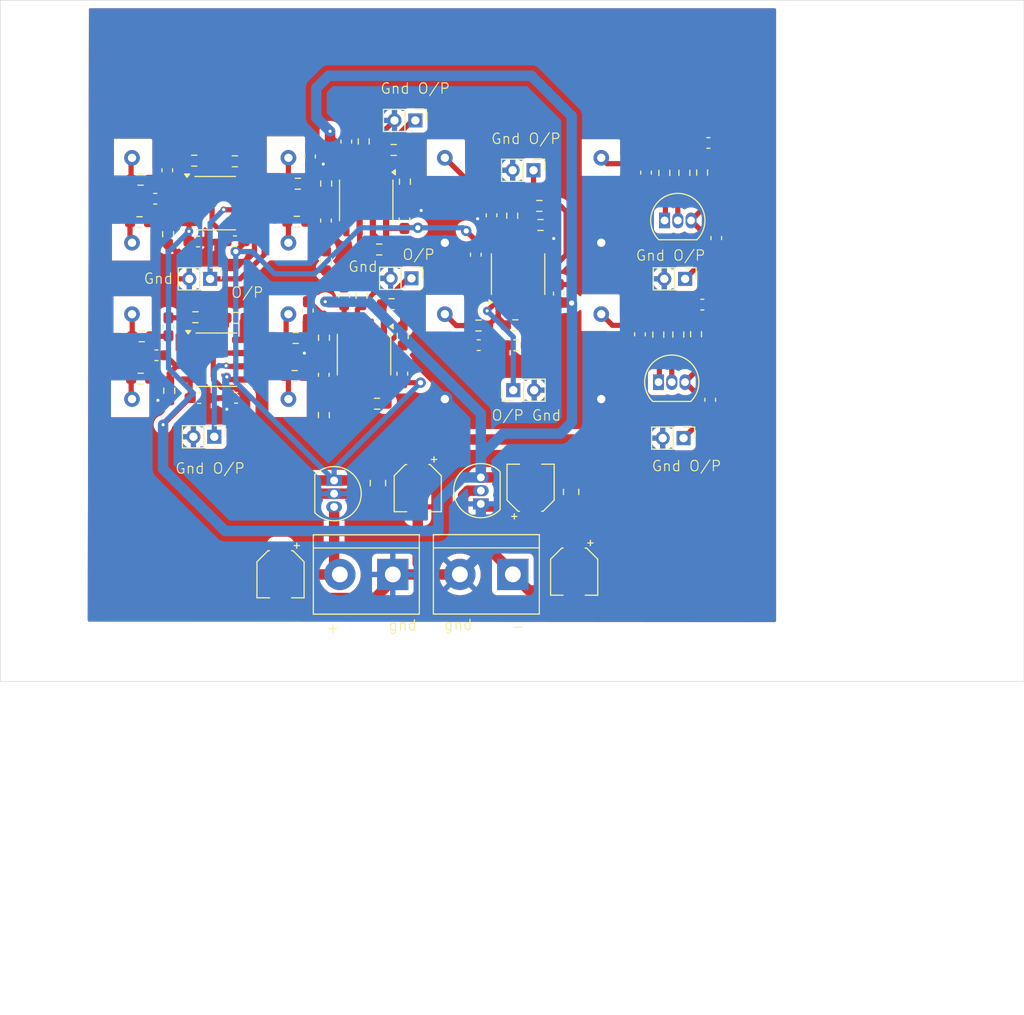
<source format=kicad_pcb>
(kicad_pcb (version 20241229) (generator "pcbnew") (generator_version "9.0")
  (layers (0 "F.Cu" signal) (2 "B.Cu" signal) (13 "F.Paste" user) (15 "B.Paste" user) (5 "F.SilkS" user "F.Silkscreen") (7 "B.SilkS" user "B.Silkscreen") (1 "F.Mask" user) (3 "B.Mask" user) (25 "Edge.Cuts" user))
  (net 0 "")
  (net 1 "GNDA")
  (net 2 "Net-(J1-Pin_2)")
  (net 3 "/vn")
  (net 4 "Net-(J2-Pin_1)")
  (net 5 "Net-(C7-Pad1)")
  (net 6 "Net-(C11-Pad1)")
  (net 7 "Net-(U3--)")
  (net 8 "/vs1_13")
  (net 9 "/vs2_12")
  (net 10 "/vs1_12")
  (net 11 "Net-(C8-Pad2)")
  (net 12 "/vo13")
  (net 13 "Net-(U3-+)")
  (net 14 "/vo23")
  (net 15 "/vs1_23")
  (net 16 "/vs1_11")
  (net 17 "/vs2_11")
  (net 18 "/vp")
  (net 19 "/vs1_14")
  (net 20 "/vo14")
  (net 21 "/vo12")
  (net 22 "/vo11")
  (net 23 "/vo21")
  (net 24 "/vo22")
  (net 25 "/vo24")
  (net 26 "Net-(U4--)")
  (net 27 "Net-(C12-Pad2)")
  (net 28 "Net-(U4-+)")
  (net 29 "Net-(Q1-G)")
  (net 30 "Net-(Q1-D)")
  (net 31 "Net-(C23-Pad1)")
  (net 32 "Net-(U7B-+)")
  (net 33 "Net-(C22-Pad1)")
  (net 34 "Net-(U7A-+)")
  (net 35 "Net-(Q1-S)")
  (net 36 "Net-(C26-Pad1)")
  (net 37 "Net-(U6B-+)")
  (net 38 "Net-(C27-Pad1)")
  (net 39 "Net-(U6A-+)")
  (net 40 "/vs1_24")
  (net 41 "Net-(Q2-G)")
  (net 42 "Net-(Q2-D)")
  (net 43 "Net-(R5-Pad2)")
  (net 44 "Net-(Q2-S)")
  (net 45 "/vs1_21")
  (net 46 "/vs2_21")
  (net 47 "Net-(R5-Pad1)")
  (net 48 "Net-(R10-Pad1)")
  (net 49 "/vs2_22")
  (net 50 "Net-(U6B--)")
  (net 51 "Net-(R31-Pad2)")
  (net 52 "/vs1_22")
  (net 53 "Net-(U6A--)")
  (net 54 "Net-(R10-Pad2)")
  (net 55 "Net-(U5B-+)")
  (net 56 "Net-(U5A-+)")
  (net 57 "Net-(R23-Pad2)")
  (net 58 "Net-(U7B--)")
  (net 59 "Net-(U7A--)")
  (footprint "Resistor_SMD:R_0603_1608Metric_Pad0.98x0.95mm_HandSolder" (layer "F.Cu") (at 229.4276 59.1775 90)
    (property "Reference" "R18" (hide yes))
    (property "Value" "10k" (hide yes))
  )
  (footprint "Capacitor_SMD:C_0603_1608Metric_Pad1.08x0.95mm_HandSolder" (layer "F.Cu") (at 230.2076 80.98125 -90)
    (property "Reference" "C31" (hide yes))
    (property "Value" "100n" (hide yes))
  )
  (footprint "Resistor_SMD:R_0603_1608Metric_Pad0.98x0.95mm_HandSolder" (layer "F.Cu") (at 225.8076 59.2175 -90)
    (property "Reference" "R17" (hide yes))
    (property "Value" "10k" (hide yes))
  )
  (footprint "Capacitor_SMD:CP_Elec_4x4.5" (layer "F.Cu") (at 217.1576 97.47 -90)
    (property "Reference" "C2" (hide yes))
    (property "Value" "10u" (hide yes))
  )
  (footprint "Capacitor_SMD:C_0603_1608Metric_Pad1.08x0.95mm_HandSolder" (layer "F.Cu") (at 223.4676 74.70125 -90)
    (property "Reference" "C30" (hide yes))
    (property "Value" "4.7u" (hide yes))
  )
  (footprint "Resistor_SMD:R_0603_1608Metric_Pad0.98x0.95mm_HandSolder" (layer "F.Cu") (at 175.6876 74.89)
    (property "Reference" "R8" (hide yes))
    (property "Value" "47" (hide yes))
  )
  (footprint "Capacitor_SMD:C_0603_1608Metric_Pad1.08x0.95mm_HandSolder" (layer "F.Cu") (at 215.6876 70.79 -90)
    (property "Reference" "C18" (hide yes))
    (property "Value" "100n")
  )
  (footprint "Connector_PinHeader_2.00mm:PinHeader_1x02_P2.00mm_Vertical" (layer "F.Cu") (at 213.2576 58.96 -90)
    (property "Reference" "J16" (hide yes))
    (property "Value" "Conn_01x02_Pin" (hide yes))
  )
  (footprint "Resistor_SMD:R_0603_1608Metric_Pad0.98x0.95mm_HandSolder" (layer "F.Cu") (at 190.4501 75.05)
    (property "Reference" "R24" (hide yes))
    (property "Value" "47" (hide yes))
  )
  (footprint "Package_TO_SOT_THT:TO-92_Inline" (layer "F.Cu") (at 225.8276 63.7775)
    (property "Reference" "Q1" (hide yes))
    (property "Value" "BF245A" (hide yes))
  )
  (footprint "Resistor_SMD:R_0603_1608Metric_Pad0.98x0.95mm_HandSolder" (layer "F.Cu") (at 225.2276 74.72875 -90)
    (property "Reference" "R36" (hide yes))
    (property "Value" "10k" (hide yes))
  )
  (footprint "Resistor_SMD:R_0603_1608Metric_Pad0.98x0.95mm_HandSolder" (layer "F.Cu") (at 199.6451 71.81 180)
    (property "Reference" "R27" (hide yes))
    (property "Value" "R" (hide yes))
  )
  (footprint "Capacitor_SMD:C_0603_1608Metric_Pad1.08x0.95mm_HandSolder" (layer "F.Cu") (at 229.4451 71.85125)
    (property "Reference" "C32" (hide yes))
    (property "Value" "100n" (hide yes))
  )
  (footprint "Capacitor_SMD:C_0603_1608Metric_Pad1.08x0.95mm_HandSolder" (layer "F.Cu") (at 178.1376 58.9575 90)
    (property "Reference" "C7" (hide yes))
    (property "Value" "4.7u" (hide yes))
  )
  (footprint "Package_TO_SOT_THT:TO-92_Inline" (layer "F.Cu") (at 194.1376 88.72 -90)
    (property "Reference" "U1" (hide yes))
    (property "Value" "L78L05_TO92" (hide yes))
  )
  (footprint "Capacitor_SMD:C_0603_1608Metric_Pad1.08x0.95mm_HandSolder" (layer "F.Cu") (at 181.0851 65.8 180)
    (property "Reference" "C10" (hide yes))
    (property "Value" "100n" (hide yes))
  )
  (footprint "Package_SO:SOIC-8_3.9x4.9mm_P1.27mm" (layer "F.Cu") (at 182.8476 77.135)
    (property "Reference" "U4" (hide yes))
    (property "Value" "INA823" (hide yes))
  )
  (footprint "Capacitor_SMD:C_0603_1608Metric_Pad1.08x0.95mm_HandSolder" (layer "F.Cu") (at 200.6776 78.4775 -90)
    (property "Reference" "C24" (hide yes))
    (property "Value" "100n" (hide yes))
  )
  (footprint "Capacitor_SMD:C_0603_1608Metric_Pad1.08x0.95mm_HandSolder" (layer "F.Cu") (at 200.8876 63.68 -90)
    (property "Reference" "C28" (hide yes))
    (property "Value" "100n" (hide yes))
  )
  (footprint "MountingHole:MountingHole_3.2mm_M3" (layer "F.Cu") (at 256.1576 46.9)
    (property "Reference" "REF**" (hide yes))
    (property "Value" "MountingHole_3.2mm_M3" (hide yes))
  )
  (footprint "Capacitor_SMD:C_0603_1608Metric_Pad1.08x0.95mm_HandSolder" (layer "F.Cu") (at 207.7276 67.06 90)
    (property "Reference" "C17" (hide yes))
    (property "Value" "100n" (hide yes))
  )
  (footprint "Capacitor_SMD:C_0603_1608Metric_Pad1.08x0.95mm_HandSolder" (layer "F.Cu") (at 176.9851 61.69 180)
    (property "Reference" "C8" (hide yes))
    (property "Value" "4.7u" (hide yes))
  )
  (footprint "Connector_PinHeader_2.00mm:PinHeader_1x02_P2.00mm_Vertical" (layer "F.Cu") (at 182.2476 69.38 -90)
    (property "Reference" "J3" (hide yes))
    (property "Value" "Conn_01x02_Pin" (hide yes))
  )
  (footprint "Resistor_SMD:R_0603_1608Metric_Pad0.98x0.95mm_HandSolder" (layer "F.Cu") (at 193.1676 75.0325 -90)
    (property "Reference" "R22" (hide yes))
    (property "Value" "R" (hide yes))
  )
  (footprint "Resistor_SMD:R_0603_1608Metric_Pad0.98x0.95mm_HandSolder" (layer "F.Cu") (at 213.9276 64.21 180)
    (property "Reference" "R11" (hide yes))
    (property "Value" "10k" (hide yes))
  )
  (footprint "Resistor_SMD:R_0603_1608Metric_Pad0.98x0.95mm_HandSolder" (layer "F.Cu") (at 184.6176 58.1)
    (property "Reference" "R5" (hide yes))
    (property "Value" "R" (hide yes))
  )
  (footprint "Connector_PinHeader_2.00mm:PinHeader_1x02_P2.00mm_Vertical" (layer "F.Cu") (at 227.7976 69.38 -90)
    (property "Reference" "J18" (hide yes))
    (property "Value" "Conn_01x02_Pin" (hide yes))
  )
  (footprint "Resistor_SMD:R_0603_1608Metric_Pad0.98x0.95mm_HandSolder" (layer "F.Cu") (at 198.2551 81.36)
    (property "Reference" "R23" (hide yes))
    (property "Value" "R" (hide yes))
  )
  (footprint "Connector_PinHeader_2.00mm:PinHeader_1x02_P2.00mm_Vertical" (layer "F.Cu") (at 201.9276 54.18 -90)
    (property "Reference" "J8" (hide yes))
    (property "Value" "Conn_01x02_Pin" (hide yes))
  )
  (footprint "Capacitor_SMD:C_0805_2012Metric" (layer "F.Cu") (at 216.8676 89.82 90)
    (property "Reference" "C4" (hide yes))
    (property "Value" "100n" (hide yes))
  )
  (footprint "Capacitor_SMD:C_0603_1608Metric_Pad1.08x0.95mm_HandSolder" (layer "F.Cu") (at 191.6176 72.4275 90)
    (property "Reference" "C23" (hide yes))
    (property "Value" "4.7u" (hide yes))
  )
  (footprint "Resistor_SMD:R_0603_1608Metric_Pad0.98x0.95mm_HandSolder" (layer "F.Cu") (at 175.4776 63.94)
    (property "Reference" "R4" (hide yes))
    (property "Value" "R" (hide yes))
  )
  (footprint "Package_SO:SOIC-8_3.9x4.9mm_P1.27mm" (layer "F.Cu") (at 197.2176 61.8525 -90)
    (property "Reference" "U7" (hide yes))
    (property "Value" "TL082" (hide yes))
  )
  (footprint "Capacitor_SMD:C_0603_1608Metric_Pad1.08x0.95mm_HandSolder" (layer "F.Cu") (at 177.0951 76.71 180)
    (property "Reference" "C12" (hide yes))
    (property "Value" "4.7u" (hide yes))
  )
  (footprint "TerminalBlock:TerminalBlock_bornier-2_P5.08mm" (layer "F.Cu") (at 211.2776 97.73 180)
    (property "Reference" "J2" (hide yes))
    (property "Value" "VRAW LVNeg" (hide yes))
  )
  (footprint "Resistor_SMD:R_0603_1608Metric_Pad0.98x0.95mm_HandSolder" (layer "F.Cu") (at 180.8376 73.06 180)
    (property "Reference" "R6" (hide yes))
    (property "Value" "1M" (hide yes))
  )
  (footprint "Capacitor_SMD:C_0603_1608Metric_Pad1.08x0.95mm_HandSolder" (layer "F.Cu") (at 195.0976 71.01 -90)
    (property "Reference" "C25" (hide yes))
    (property "Value" "100n" (hide yes))
  )
  (footprint "Resistor_SMD:R_0603_1608Metric_Pad0.98x0.95mm_HandSolder" (layer "F.Cu") (at 193.3676 67.655 90)
    (property "Reference" "R29" (hide yes))
    (property "Value" "1M" (hide yes))
  )
  (footprint "Resistor_SMD:R_0603_1608Metric_Pad0.98x0.95mm_HandSolder" (layer "F.Cu") (at 190.5651 63.902499)
    (property "Reference" "R28" (hide yes))
    (property "Value" "47" (hide yes))
  )
  (footprint "Capacitor_SMD:C_0603_1608Metric_Pad1.08x0.95mm_HandSolder" (layer "F.Cu") (at 184.7376 80.79)
    (property "Reference" "C13" (hide yes))
    (property "Value" "100n" (hide yes))
  )
  (footprint "Connector_PinHeader_2.00mm:PinHeader_1x02_P2.00mm_Vertical" (layer "F.Cu") (at 211.3176 80.06 90)
    (property "Reference" "J17" (hide yes))
    (property "Value" "Conn_01x02_Pin" (hide yes))
  )
  (footprint "Capacitor_SMD:C_0805_2012Metric" (layer "F.Cu") (at 198.3376 88.97 90)
    (property "Reference" "C3" (hide yes))
    (property "Value" "100n" (hide yes))
  )
  (footprint "Capacitor_SMD:CP_Elec_4x4.5" (layer "F.Cu") (at 188.9976 97.72 -90)
    (property "Reference" "C1" (hide yes))
    (property "Value" "10u" (hide yes))
  )
  (footprint "Capacitor_SMD:C_0603_1608Metric_Pad1.08x0.95mm_HandSolder" (layer "F.Cu") (at 208.0051 75.74 180)
    (property "Reference" "C16" (hide yes))
    (property "Value" "4.7u" (hide yes))
  )
  (footprint "Resistor_SMD:R_0603_1608Metric_Pad0.98x0.95mm_HandSolder" (layer "F.Cu") (at 211.5176 73.83 180)
    (property "Reference" "R16" (hide yes))
    (property "Value" "10k" (hide yes))
  )
  (footprint "Package_TO_SOT_THT:TO-92_Inline" (layer "F.Cu") (at 208.2076 90.97 90)
    (property "Reference" "U2" (hide yes))
    (property "Value" "L79L05_TO92" (hide yes))
  )
  (footprint "TerminalBlock:TerminalBlock_bornier-2_P5.08mm" (layer "F.Cu") (at 199.7676 97.74 180)
    (property "Reference" "J1" (hide yes))
    (property "Value" "VRAW LVPos" (hide yes))
  )
  (footprint "Connector_PinHeader_2.00mm:PinHeader_1x02_P2.00mm_Vertical" (layer "F.Cu") (at 227.6476 84.66 -90)
    (property "Reference" "J19" (hide yes))
    (property "Value" "Conn_01x02_Pin" (hide yes))
  )
  (footprint "Capacitor_SMD:C_0603_1608Metric_Pad1.08x0.95mm_HandSolder" (layer "F.Cu") (at 178.2476 73.9775 90)
    (property "Reference" "C11" (hide yes))
    (property "Value" "4.7u" (hide yes))
  )
  (footprint "Capacitor_SMD:C_0603_1608Metric_Pad1.08x0.95mm_HandSolder" (layer "F.Cu") (at 193.3576 63.784999 -90)
    (property "Reference" "C26" (hide yes))
    (property "Value" "4.7u" (hide yes))
  )
  (footprint "Resistor_SMD:R_0603_1608Metric_Pad0.98x0.95mm_HandSolder" (layer "F.Cu") (at 228.8476 74.68875 90)
    (property "Reference" "R37" (hide yes))
    (property "Value" "10k" (hide yes))
  )
  (footprint "Capacitor_SMD:C_0603_1608Metric_Pad1.08x0.95mm_HandSolder" (layer "F.Cu") (at 193.1476 78.5825 -90)
    (property "Reference" "C22" (hide yes))
    (property "Value" "4.7u" (hide yes))
  )
  (footprint "Package_TO_SOT_THT:TO-92_Inline" (layer "F.Cu") (at 225.2476 79.28875)
    (property "Reference" "Q2" (hide yes))
    (property "Value" "BF245A" (hide yes))
  )
  (footprint "Resistor_SMD:R_0603_1608Metric_Pad0.98x0.95mm_HandSolder" (layer "F.Cu") (at 199.8551 57.0125 180)
    (property "Reference" "R35" (hide yes))
    (property "Value" "R" (hide yes))
  )
  (footprint "Capacitor_SMD:C_0603_1608Metric_Pad1.08x0.95mm_HandSolder" (layer "F.Cu") (at 191.8276 57.63 90)
    (property "Reference" "C27" (hide yes))
    (property "Value" "4.7u" (hide yes))
  )
  (footprint "Connector_PinHeader_2.00mm:PinHeader_1x02_P2.00mm_Vertical" (layer "F.Cu") (at 182.6476 84.53 -90)
    (property "Reference" "J7" (hide yes))
    (property "Value" "Conn_01x02_Pin" (hide yes))
  )
  (footprint "Resistor_SMD:R_0603_1608Metric_Pad0.98x0.95mm_HandSolder" (layer "F.Cu") (at 211.2176 63.32 -90)
    (property "Reference" "R14" (hide yes))
    (property "Value" "R" (hide yes))
  )
  (footprint "Package_SO:SOIC-8_3.9x4.9mm_P1.27mm" (layer "F.Cu") (at 182.7376 62.115)
    (property "Reference" "U3" (hide yes))
    (property "Value" "INA823" (hide yes))
  )
  (footprint "Capacitor_SMD:C_0603_1608Metric_Pad1.08x0.95mm_HandSolder" (layer "F.Cu") (at 230.7876 65.47 -90)
    (property "Reference" "C20" (hide yes))
    (property "Value" "100n" (hide yes))
  )
  (footprint "Resistor_SMD:R_0603_1608Metric_Pad0.98x0.95mm_HandSolder" (layer "F.Cu") (at 193.1576 82.4525 90)
    (property "Reference" "R21" (hide yes))
    (property "Value" "1M" (hide yes))
  )
  (footprint "Capacitor_SMD:CP_Elec_4x4.5" (layer "F.Cu") (at 202.1576 89.46 -90)
    (property "Reference" "C5" (hide yes))
    (property "Value" "10u" (hide yes))
  )
  (footprint "Resistor_SMD:R_0603_1608Metric_Pad0.98x0.95mm_HandSolder" (layer "F.Cu") (at 200.7176 74.8525 90)
    (property "Reference" "R26" (hide yes))
    (property "Value" "R" (hide yes))
  )
  (footprint "Resistor_SMD:R_0603_1608Metric_Pad0.98x0.95mm_HandSolder" (layer "F.Cu") (at 175.5776 59.87)
    (property "Reference" "R3" (hide yes))
    (property "Value" "47" (hide yes))
  )
  (footprint "Resistor_SMD:R_0603_1608Metric_Pad0.98x0.95mm_HandSolder" (layer "F.Cu") (at 196.977601 56.1925 -90)
    (property "Reference" "R33" (hide yes))
    (property "Value" "1M" (hide yes))
  )
  (footprint "Resistor_SMD:R_0603_1608Metric_Pad0.98x0.95mm_HandSolder" (layer "F.Cu") (at 175.5876 78.96)
    (property "Reference" "R9" (hide yes))
    (property "Value" "R" (hide yes))
  )
  (footprint "Resistor_SMD:R_0603_1608Metric_Pad0.98x0.95mm_HandSolder" (layer "F.Cu") (at 213.8176 62.38)
    (property "Reference" "R13" (hide yes))
    (property "Value" "10k" (hide yes))
  )
  (footprint "Package_SO:SOIC-8_3.9x4.9mm_P1.27mm" (layer "F.Cu") (at 211.7826 68.925 90)
    (property "Reference" "U5" (hide yes))
    (property "Value" "TL082" (hide yes))
  )
  (footprint "Connector_PinHeader_2.00mm:PinHeader_1x02_P2.00mm_Vertical" (layer "F.Cu") (at 201.5576 69.33 -90)
    (property "Reference" "J9" (hide yes))
    (property "Value" "Conn_01x02_Pin" (hide yes))
  )
  (footprint "Resistor_SMD:R_0603_1608Metric_Pad0.98x0.95mm_HandSolder" (layer "F.Cu") (at 211.6176 75.75)
    (property "Reference" "R12" (hide yes))
    (property "Value" "10k" (hide yes))
  )
  (footprint "Capacitor_SMD:CP_Elec_4x4.5" (layer "F.Cu") (at 212.9776 89.42 90)
    (property "Reference" "C6" (hide yes))
    (property "Value" "10u" (hide yes))
  )
  (footprint "MountingHole:MountingHole_3.2mm_M3" (layer "F.Cu") (at 166.0576 46.87)
    (property "Reference" "REF**" (hide yes))
    (property "Value" "MountingHole_3.2mm_M3" (hide yes))
  )
  (footprint "Resistor_SMD:R_0603_1608Metric_Pad0.98x0.95mm_HandSolder" (layer "F.Cu") (at 184.7276 73.12)
    (property "Reference" "R10" (hide yes))
    (property "Value" "R" (hide yes))
  )
  (footprint "Resistor_SMD:R_0603_1608Metric_Pad0.98x0.95mm_HandSolder" (layer "F.Cu") (at 180.7276 58.04 180)
    (property "Reference" "R1" (hide yes))
    (property "Value" "1M" (hide yes))
  )
  (footprint "Capacitor_SMD:C_0603_1608Metric_Pad1.08x0.95mm_HandSolder" (layer "F.Cu") (at 184.6276 65.77)
    (property "Reference" "C9" (hide yes))
    (property "Value" "100n" (hide yes))
  )
  (footprint "Capacitor_SMD:C_0603_1608Metric_Pad1.08x0.95mm_HandSolder" (layer "F.Cu") (at 209.2376 63.28 90)
    (property "Reference" "C15" (hide yes))
    (property "Value" "4.7u" (hide yes))
  )
  (footprint "Resistor_SMD:R_0603_1608Metric_Pad0.98x0.95mm_HandSolder" (layer "F.Cu") (at 198.465099 66.5625)
    (property "Reference" "R31" (hide yes))
    (property "Value" "R" (hide yes))
  )
  (footprint "Resistor_SMD:R_0603_1608Metric_Pad0.98x0.95mm_HandSolder" (layer "F.Cu") (at 190.6601 60.2525)
    (property "Reference" "R32" (hide yes))
    (property "Value" "47" (hide yes))
  )
  (footprint "Capacitor_SMD:C_0603_1608Metric_Pad1.08x0.95mm_HandSolder" (layer "F.Cu") (at 230.0251 56.34)
    (property "Reference" "C21" (hide yes))
    (property "Value" "100n" (hide yes))
  )
  (footprint "Capacitor_SMD:C_0603_1608Metric_Pad1.08x0.95mm_HandSolder" (layer "F.Cu") (at 224.0476 59.19 -90)
    (property "Reference" "C19" (hide yes))
    (property "Value" "4.7u" (hide yes))
  )
  (footprint "Resistor_SMD:R_0603_1608Metric_Pad0.98x0.95mm_HandSolder" (layer "F.Cu") (at 193.3776 60.235 -90)
    (property "Reference" "R30" (hide yes))
    (property "Value" "R" (hide yes))
  )
  (footprint "Resistor_SMD:R_0603_1608Metric_Pad0.98x0.95mm_HandSolder" (layer "F.Cu") (at 227.7276 59.21 -90)
    (property "Reference" "R19" (hide yes))
    (property "Value" "10k")
  )
  (footprint "Resistor_SMD:R_0603_1608Metric_Pad0.98x0.95mm_HandSolder" (layer "F.Cu") (at 200.9276 60.055001 90)
    (property "Reference" "R34" (hide yes))
    (property "Value" "R" (hide yes))
  )
  (footprint "MountingHole:MountingHole_3.2mm_M3" (layer "F.Cu") (at 166.5676 104.73)
    (property "Reference" "REF**" (hide yes))
    (property "Value" "MountingHole_3.2mm_M3" (hide yes))
  )
  (footprint "Resistor_SMD:R_0603_1608Metric_Pad0.98x0.95mm_HandSolder" (layer "F.Cu") (at 178.3276 80.1175 90)
    (property "Reference" "R7" (hide yes))
    (property "Value" "1M" (hide yes))
  )
  (footprint "Resistor_SMD:R_0603_1608Metric_Pad0.98x0.95mm_HandSolder" (layer "F.Cu") (at 207.9851 73.86)
    (property "Reference" "R15" (hide yes))
    (property "Value" "R" (hide yes))
  )
  (footprint "Resistor_SMD:R_0603_1608Metric_Pad0.98x0.95mm_HandSolder" (layer "F.Cu") (at 190.3551 78.7)
    (property "Reference" "R20" (hide yes))
    (property "Value" "47" (hide yes))
  )
  (footprint "Resistor_SMD:R_0603_1608Metric_Pad0.98x0.95mm_HandSolder" (layer "F.Cu") (at 196.7676 70.99 -90)
    (property "Reference" "R25" (hide yes))
    (property "Value" "1M" (hide yes))
  )
  (footprint "Capacitor_SMD:C_0603_1608Metric_Pad1.08x0.95mm_HandSolder" (layer "F.Cu") (at 181.1951 80.82 180)
    (property "Reference" "C14" (hide yes))
    (property "Value" "100n" (hide yes))
  )
  (footprint "Capacitor_SMD:C_0603_1608Metric_Pad1.08x0.95mm_HandSolder" (layer "F.Cu") (at 195.307601 56.2125 -90)
    (property "Reference" "C29" (hide yes))
    (property "Value" "100n" (hide yes))
  )
  (footprint "Package_SO:SOIC-8_3.9x4.9mm_P1.27mm" (layer "F.Cu") (at 197.0076 76.65 -90)
    (property "Reference" "U6" (hide yes))
    (property "Value" "TL082" (hide yes))
  )
  (footprint "Resistor_SMD:R_0603_1608Metric_Pad0.98x0.95mm_HandSolder" (layer "F.Cu") (at 178.2176 65.0975 90)
    (property "Reference" "R2" (hide yes))
    (property "Value" "1M" (hide yes))
  )
  (footprint "MountingHole:MountingHole_3.2mm_M3" (layer "F.Cu") (at 256.6676 104.76)
    (property "Reference" "REF**" (hide yes))
    (property "Value" "MountingHole_3.2mm_M3" (hide yes))
  )
  (footprint "Resistor_SMD:R_0603_1608Metric_Pad0.98x0.95mm_HandSolder" (layer "F.Cu") (at 227.1476 74.72125 -90)
    (property "Reference" "R38" (hide yes))
    (property "Value" "10k")
  )
  (gr_rect (start 162.12296 42.649986) (end 260.29296 108) (stroke (width 0.05)) (fill no) (layer "Edge.Cuts"))
  (gr_text "Gnd O/P" (at 209.1376 56.52 0) (layer "F.SilkS") (effects (font (size 1 1) (thickness 0.1)) (justify left bottom)))
  (gr_text "O/P Gnd" (at 209.1776 83.06 0) (layer "F.SilkS") (effects (font (size 1 1) (thickness 0.1)) (justify left bottom)))
  (gr_text "O/P" (at 184.2076 71.28 0) (layer "F.SilkS") (effects (font (size 1 1) (thickness 0.1)) (justify left bottom)))
  (gr_text "+" (at 193.3476 103.46 0) (layer "F.SilkS") (effects (font (size 1 1) (thickness 0.1)) (justify left bottom)))
  (gr_text "Gnd O/P" (at 178.8476 88.15 0) (layer "F.SilkS") (effects (font (size 1 1) (thickness 0.1)) (justify left bottom)))
  (gr_text "gnd" (at 204.6276 103.15 0) (layer "F.SilkS") (effects (font (size 1 1) (thickness 0.1)) (justify left bottom)))
  (gr_text "Gnd" (at 175.8176 69.94 0) (layer "F.SilkS") (effects (font (size 1 1) (thickness 0.1)) (justify left bottom)))
  (gr_text "Gnd" (at 195.4376 68.79 0) (layer "F.SilkS") (effects (font (size 1 1) (thickness 0.1)) (justify left bottom)))
  (gr_text "O/P" (at 200.6276 67.64 0) (layer "F.SilkS") (effects (font (size 1 1) (thickness 0.1)) (justify left bottom)))
  (gr_text "-" (at 211.0476 103.31 0) (layer "F.SilkS") (effects (font (size 1 1) (thickness 0.1)) (justify left bottom)))
  (gr_text "Gnd O/P" (at 223.0076 67.72 0) (layer "F.SilkS") (effects (font (size 1 1) (thickness 0.1)) (justify left bottom)))
  (gr_text "Gnd O/P" (at 224.5376 87.92 0) (layer "F.SilkS") (effects (font (size 1 1) (thickness 0.1)) (justify left bottom)))
  (gr_text "Gnd O/P" (at 198.5176 51.7 0) (layer "F.SilkS") (effects (font (size 1 1) (thickness 0.1)) (justify left bottom)))
  (gr_text "gnd" (at 199.2976 103.2 0) (layer "F.SilkS") (effects (font (size 1 1) (thickness 0.1)) (justify left bottom)))
  (segment (start 196.977601 55.28) (end 198.8276 55.28) (width 0.5) (layer "F.Cu") (net 1))
  (segment (start 187.2276 92.56) (end 187.2276 98.41) (width 1) (layer "F.Cu") (net 1))
  (segment (start 178.3276 81.03) (end 177.2376 81.03) (width 0.5) (layer "F.Cu") (net 1))
  (segment (start 208.8676 75.74) (end 210.6951 75.74) (width 0.5) (layer "F.Cu") (net 1))
  (segment (start 202.1576 91.26) (end 202.1576 96.68) (width 1) (layer "F.Cu") (net 1))
  (segment (start 202.4876 62.82) (end 202.4851 62.8175) (width 1) (layer "F.Cu") (net 1))
  (segment (start 182.8976 66.97) (end 182.8976 65.8) (width 0.5) (layer "F.Cu") (net 1))
  (segment (start 189.4776 100) (end 188.9976 99.52) (width 1) (layer "F.Cu") (net 1))
  (segment (start 183.0076 80.82) (end 183.8451 80.82) (width 0.5) (layer "F.Cu") (net 1))
  (segment (start 199.5576 69.33) (end 197.5151 69.33) (width 0.5) (layer "F.Cu") (net 1))
  (segment (start 210.6951 75.74) (end 210.7051 75.75) (width 0.5) (layer "F.Cu") (net 1))
  (segment (start 180.2476 69.38) (end 180.2476 68.04) (width 0.5) (layer "F.Cu") (net 1))
  (segment (start 186.4976 64.55) (end 186.4976 66.82) (width 0.5) (layer "F.Cu") (net 1))
  (segment (start 183.8751 81.8625) (end 183.8476 81.89) (width 0.5) (layer "F.Cu") (net 1))
  (segment (start 186.1776 79.04) (end 188.7076 76.51) (width 0.5) (layer "F.Cu") (net 1))
  (segment (start 202.1576 96.68) (end 203.2176 97.74) (width 1) (layer "F.Cu") (net 1))
  (segment (start 195.0976 70.1475) (end 196.6976 70.1475) (width 0.5) (layer "F.Cu") (net 1))
  (segment (start 182.6076 65.8) (end 182.8976 65.8) (width 0.5) (layer "F.Cu") (net 1))
  (segment (start 196.6976 70.1475) (end 196.7676 70.0775) (width 0.5) (layer "F.Cu") (net 1))
  (segment (start 204.755915 80.324812) (end 204.755915 80.913689) (width 0.5) (layer "F.Cu") (net 1))
  (segment (start 227.6776 58.2975) (end 225.9151 58.2975) (width 0.5) (layer "F.Cu") (net 1))
  (segment (start 212.9776 91.22) (end 216.4176 91.22) (width 1) (layer "F.Cu") (net 1))
  (segment (start 185.3226 79.04) (end 184.1076 79.04) (width 0.5) (layer "F.Cu") (net 1))
  (segment (start 193.1676 74.63) (end 191.2876 76.51) (width 0.2) (layer "F.Cu") (net 1))
  (segment (start 200.8876 62.8175) (end 202.4851 62.8175) (width 1) (layer "F.Cu") (net 1))
  (segment (start 185.3226 79.04) (end 186.1776 79.04) (width 0.5) (layer "F.Cu") (net 1))
  (segment (start 203.2176 97.74) (end 206.1876 97.74) (width 1) (layer "F.Cu") (net 1))
  (segment (start 200.6776 77.615) (end 202.046103 77.615) (width 0.5) (layer "F.Cu") (net 1))
  (segment (start 214.8401 65.1525) (end 215.1976 65.51) (width 0.5) (layer "F.Cu") (net 1))
  (segment (start 197.5151 69.33) (end 196.7676 70.0775) (width 0.5) (layer "F.Cu") (net 1))
  (segment (start 227.0976 73.80875) (end 225.3351 73.80875) (width 0.5) (layer "F.Cu") (net 1))
  (segment (start 182.0576 80.82) (end 183.0076 80.82) (width 0.5) (layer "F.Cu") (net 1))
  (segment (start 193.1676 74.12) (end 193.1676 74.63) (width 0.2) (layer "F.Cu") (net 1))
  (segment (start 199.7676 97.74) (end 203.2176 97.74) (width 1) (layer "F.Cu") (net 1))
  (segment (start 214.8401 64.21) (end 214.8401 65.1525) (width 0.5) (layer "F.Cu") (net 1))
  (segment (start 216.4176 91.22) (end 216.8676 90.77) (width 1) (layer "F.Cu") (net 1))
  (segment (start 195.307601 55.35) (end 196.907601 55.35) (width 0.5) (layer "F.Cu") (net 1))
  (segment (start 182.7176 80.82) (end 183.0076 80.82) (width 0.5) (layer "F.Cu") (net 1))
  (segment (start 198.2676 89.99) (end 194.1376 89.99) (width 1) (layer "F.Cu") (net 1))
  (segment (start 185.9676 64.02) (end 186.4976 64.55) (width 0.5) (layer "F.Cu") (net 1))
  (segment (start 184.1076 79.04) (end 183.8476 78.78) (width 0.5) (layer "F.Cu") (net 1))
  (segment (start 180.2476 68.16) (end 182.6076 65.8) (width 0.5) (layer "F.Cu") (net 1))
  (segment (start 212.9776 91.22) (end 208.4576 91.22) (width 1) (layer "F.Cu") (net 1))
  (segment (start 194.1376 89.99) (end 189.7976 89.99) (width 1) (layer "F.Cu") (net 1))
  (segment (start 217.1576 95.67) (end 217.1576 91.06) (width 1) (layer "F.Cu") (net 1))
  (segment (start 198.8276 55.28) (end 199.9276 54.18) (width 0.5) (layer "F.Cu") (net 1))
  (segment (start 180.2476 69.38) (end 180.2476 68.16) (width 0.5) (layer "F.Cu") (net 1))
  (segment (start 187.2276 98.41) (end 188.3376 99.52) (width 1) (layer "F.Cu") (net 1))
  (segment (start 198.3376 89.92) (end 198.2676 89.99) (width 1) (layer "F.Cu") (net 1))
  (segment (start 183.8751 80.79) (end 183.8751 81.8625) (width 0.5) (layer "F.Cu") (net 1))
  (segment (start 189.7976 89.99) (end 187.2276 92.56) (width 1) (layer "F.Cu") (net 1))
  (segment (start 180.2476 68.04) (end 178.2176 66.01) (width 0.5) (layer "F.Cu") (net 1))
  (segment (start 186.4976 66.82) (end 185.6076 67.71) (width 0.5) (layer "F.Cu") (net 1))
  (segment (start 193.3776 59.3225) (end 193.3776 58.65) (width 0.5) (layer "F.Cu") (net 1))
  (segment (start 188.3376 99.52) (end 188.9976 99.52) (width 1) (layer "F.Cu") (net 1))
  (segment (start 183.0076 80.89) (end 183.0076 80.82) (width 0.5) (layer "F.Cu") (net 1))
  (segment (start 188.7076 76.51) (end 191.2876 76.51) (width 0.5) (layer "F.Cu") (net 1))
  (segment (start 183.6376 67.71) (end 182.8976 66.97) (width 0.5) (layer "F.Cu") (net 1))
  (segment (start 208.4576 91.22) (end 208.2076 90.97) (width 1) (layer "F.Cu") (net 1))
  (segment (start 199.7676 98.29) (end 198.0576 100) (width 1) (layer "F.Cu") (net 1))
  (segment (start 185.6076 67.71) (end 183.6376 67.71) (width 0.5) (layer "F.Cu") (net 1))
  (segment (start 198.0576 100) (end 189.4776 100) (width 1) (layer "F.Cu") (net 1))
  (segment (start 181.9476 65.8) (end 182.8976 65.8) (width 0.5) (layer "F.Cu") (net 1))
  (segment (start 209.2376 64.1425) (end 208.4301 64.1425) (width 0.5) (layer "F.Cu") (net 1))
  (segment (start 217.1576 91.06) (end 216.8676 90.77) (width 1) (layer "F.Cu") (net 1))
  (segment (start 185.2126 64.02) (end 185.9676 64.02) (width 0.5) (layer "F.Cu") (net 1))
  (segment (start 202.046103 77.615) (end 204.755915 80.324812) (width 0.5) (layer "F.Cu") (net 1))
  (segment (start 193.3776 58.65) (end 193.0976 58.37) (width 0.5) (layer "F.Cu") (net 1))
  (segment (start 208.4301 64.1425) (end 207.8976 63.61) (width 0.5) (layer "F.Cu") (net 1))
  (segment (start 182.8976 65.8) (end 183.7351 65.8) (width 0.5) (layer "F.Cu") (net 1))
  (via (at 177.2376 81.03) (size 0.8) (drill 0.3) (layers "F.Cu" "B.Cu") (net 1))
  (via (at 207.8976 63.61) (size 0.8) (drill 0.3) (layers "F.Cu" "B.Cu") (net 1))
  (via (at 183.8476 78.78) (size 0.8) (drill 0.3) (layers "F.Cu" "B.Cu") (net 1))
  (via (at 219.755915 80.913689) (size 1.5) (drill 0.8) (layers "F.Cu" "B.Cu") (net 1))
  (via (at 202.4851 62.8175) (size 0.8) (drill 0.3) (layers "F.Cu" "B.Cu") (net 1))
  (via (at 191.2876 76.51) (size 0.8) (drill 0.3) (layers "F.Cu" "B.Cu") (net 1))
  (via (at 204.755915 65.913689) (size 1.5) (drill 0.8) (layers "F.Cu" "B.Cu") (net 1))
  (via (at 204.755915 80.913689) (size 1.5) (drill 0.8) (layers "F.Cu" "B.Cu") (net 1))
  (via (at 193.0976 58.37) (size 0.8) (drill 0.3) (layers "F.Cu" "B.Cu") (net 1))
  (via (at 183.8476 81.89) (size 0.8) (drill 0.3) (layers "F.Cu" "B.Cu") (net 1))
  (via (at 215.1976 65.51) (size 0.8) (drill 0.3) (layers "F.Cu" "B.Cu") (net 1))
  (via (at 219.755915 65.913689) (size 1.5) (drill 0.8) (layers "F.Cu" "B.Cu") (net 1))
  (segment (start 183.8476 78.78) (end 183.8476 81.89) (width 0.5) (layer "B.Cu") (net 1))
  (segment (start 208.2076 95.72) (end 206.1976 97.73) (width 1) (layer "B.Cu") (net 1))
  (segment (start 208.2076 90.97) (end 208.2076 95.72) (width 1) (layer "B.Cu") (net 1))
  (segment (start 194.1376 91.26) (end 194.1376 97.19) (width 1) (layer "F.Cu") (net 2))
  (segment (start 190.8176 97.74) (end 188.9976 95.92) (width 1) (layer "F.Cu") (net 2))
  (segment (start 194.6876 97.74) (end 190.8176 97.74) (width 1) (layer "F.Cu") (net 2))
  (segment (start 213.6876 71.4) (end 215.4351 71.4) (width 0.5) (layer "F.Cu") (net 3))
  (segment (start 193.5901 71.8725) (end 193.2876 71.57) (width 0.5) (layer "F.Cu") (net 3))
  (segment (start 180.2226 64.82) (end 180.2226 64.06) (width 0.5) (layer "F.Cu") (net 3))
  (segment (start 214.2276 88.87) (end 212.9776 87.62) (width 1) (layer "F.Cu") (net 3))
  (segment (start 216.8701 71.6525) (end 216.9176 71.7) (width 1) (layer "F.Cu") (net 3))
  (segment (start 180.2876 80.82) (end 177.7376 83.37) (width 0.5) (layer "F.Cu") (net 3))
  (segment (start 195.307601 57.075) (end 195.307601 59.372501) (width 0.5) (layer "F.Cu") (net 3))
  (segment (start 193.7476 55.22) (end 193.7476 55.989999) (width 1) (layer "F.Cu") (net 3))
  (segment (start 180.2226 65.8) (end 180.2226 64.82) (width 0.5) (layer "F.Cu") (net 3))
  (segment (start 208.2076 88.43) (end 212.1676 88.43) (width 1) (layer "F.Cu") (net 3))
  (segment (start 193.7476 55.989999) (end 194.832601 57.075) (width 1) (layer "F.Cu") (net 3))
  (segment (start 194.832601 57.075) (end 195.307601 57.075) (width 1) (layer "F.Cu") (net 3))
  (segment (start 180.3326 80.82) (end 180.3326 79.08) (width 0.5) (layer "F.Cu") (net 3))
  (segment (start 215.4351 71.4) (end 215.6876 71.6525) (width 0.5) (layer "F.Cu") (net 3))
  (segment (start 215.6876 71.6525) (end 216.8701 71.6525) (width 1) (layer "F.Cu") (net 3))
  (segment (start 195.1026 74.175) (end 195.1026 71.8775) (width 0.5) (layer "F.Cu") (net 3))
  (segment (start 212.1676 88.43) (end 212.9776 87.62) (width 1) (layer "F.Cu") (net 3))
  (segment (start 216.8676 88.87) (end 214.2276 88.87) (width 1) (layer "F.Cu") (net 3))
  (segment (start 195.0976 71.8725) (end 193.5901 71.8725) (width 0.5) (layer "F.Cu") (net 3))
  (via (at 193.7476 55.22) (size 0.8) (drill 0.3) (layers "F.Cu" "B.Cu") (net 3))
  (via (at 193.2876 71.57) (size 0.8) (drill 0.3) (layers "F.Cu" "B.Cu") (net 3))
  (via (at 177.7376 83.37) (size 0.8) (drill 0.3) (layers "F.Cu" "B.Cu") (net 3))
  (via (at 180.2226 64.82) (size 0.8) (drill 0.3) (layers "F.Cu" "B.Cu") (net 3))
  (via (at 216.9176 71.7) (size 1) (drill 0.5) (layers "F.Cu" "B.Cu") (net 3))
  (segment (start 204.1376 93.57) (end 183.6876 93.57) (width 1) (layer "B.Cu") (net 3))
  (segment (start 216.9476 83.12) (end 216.9476 71.73) (width 1) (layer "B.Cu") (net 3))
  (segment (start 178.2576 66.785) (end 180.2226 64.82) (width 0.5) (layer "B.Cu") (net 3))
  (segment (start 177.7376 83.37) (end 177.7376 83.26) (width 0.5) (layer "B.Cu") (net 3))
  (segment (start 183.6876 93.57) (end 177.7376 87.62) (width 1) (layer "B.Cu") (net 3))
  (segment (start 210.3376 84.23) (end 215.8376 84.23) (width 1) (layer "B.Cu") (net 3))
  (segment (start 208.2076 88.43) (end 208.2076 86.36) (width 1) (layer "B.Cu") (net 3))
  (segment (start 177.7376 83.26) (end 180.6476 80.35) (width 0.5) (layer "B.Cu") (net 3))
  (segment (start 178.2576 77.96) (end 178.2576 66.785) (width 0.5) (layer "B.Cu") (net 3))
  (segment (start 180.6476 80.35) (end 178.2576 77.96) (width 0.5) (layer "B.Cu") (net 3))
  (segment (start 177.7376 87.62) (end 177.7376 83.37) (width 1) (layer "B.Cu") (net 3))
  (segment (start 206.4576 88.43) (end 204.1376 90.75) (width 1) (layer "B.Cu") (net 3))
  (segment (start 216.9176 71.7) (end 216.9176 53.76) (width 1) (layer "B.Cu") (net 3))
  (segment (start 208.2076 88.43) (end 208.2076 82.314764) (width 1) (layer "B.Cu") (net 3))
  (segment (start 208.2076 82.314764) (end 197.462836 71.57) (width 1) (layer "B.Cu") (net 3))
  (segment (start 216.9176 53.76) (end 213.0476 49.89) (width 1) (layer "B.Cu") (net 3))
  (segment (start 216.9476 71.73) (end 216.9176 71.7) (width 1) (layer "B.Cu") (net 3))
  (segment (start 197.462836 71.57) (end 193.2876 71.57) (width 1) (layer "B.Cu") (net 3))
  (segment (start 193.6076 49.89) (end 192.4276 51.07) (width 1) (layer "B.Cu") (net 3))
  (segment (start 192.4276 51.07) (end 192.4276 53.9) (width 1) (layer "B.Cu") (net 3))
  (segment (start 204.1376 90.75) (end 204.1376 93.57) (width 1) (layer "B.Cu") (net 3))
  (segment (start 208.2076 86.36) (end 210.3376 84.23) (width 1) (layer "B.Cu") (net 3))
  (segment (start 208.2076 88.43) (end 206.4576 88.43) (width 1) (layer "B.Cu") (net 3))
  (segment (start 192.4276 53.9) (end 193.7476 55.22) (width 1) (layer "B.Cu") (net 3))
  (segment (start 193.6076 49.89) (end 213.0476 49.89) (width 1) (layer "B.Cu") (net 3))
  (segment (start 215.8376 84.23) (end 216.9476 83.12) (width 1) (layer "B.Cu") (net 3))
  (segment (start 211.2776 97.57) (end 206.5076 92.8) (width 1) (layer "F.Cu") (net 4))
  (segment (start 212.8176 99.27) (end 211.2776 97.73) (width 1) (layer "F.Cu") (net 4))
  (segment (start 206.5076 90.16) (end 206.9676 89.7) (width 1) (layer "F.Cu") (net 4))
  (segment (start 217.1576 99.27) (end 212.8176 99.27) (width 1) (layer "F.Cu") (net 4))
  (segment (start 206.9676 89.7) (end 208.2076 89.7) (width 1) (layer "F.Cu") (net 4))
  (segment (start 206.5076 92.8) (end 206.5076 90.16) (width 1) (layer "F.Cu") (net 4))
  (segment (start 176.4901 59.87) (end 178.0876 59.87) (width 0.5) (layer "F.Cu") (net 5))
  (segment (start 176.6001 74.89) (end 178.1976 74.89) (width 0.5) (layer "F.Cu") (net 6))
  (segment (start 178.1376 58.095) (end 179.7601 58.095) (width 0.5) (layer "F.Cu") (net 7))
  (segment (start 179.8151 58.04) (end 178.9876 58.8675) (width 0.2) (layer "F.Cu") (net 7))
  (segment (start 179.2176 61.48) (end 180.2626 61.48) (width 0.2) (layer "F.Cu") (net 7))
  (segment (start 178.9876 58.8675) (end 178.9876 61.25) (width 0.2) (layer "F.Cu") (net 7))
  (segment (start 178.9876 61.25) (end 179.2176 61.48) (width 0.2) (layer "F.Cu") (net 7))
  (segment (start 212.4176 65.91) (end 212.3476 65.84) (width 0.5) (layer "F.Cu") (net 8))
  (segment (start 211.2176 62.4075) (end 209.2476 62.4075) (width 0.5) (layer "F.Cu") (net 8))
  (segment (start 209.2376 62.247226) (end 204.755915 57.765541) (width 0.5) (layer "F.Cu") (net 8))
  (segment (start 212.1476 65.64) (end 212.1476 63.3375) (width 0.2) (layer "F.Cu") (net 8))
  (segment (start 212.4176 65.91) (end 212.1476 65.64) (width 0.2) (layer "F.Cu") (net 8))
  (segment (start 212.1476 63.3375) (end 211.2176 62.4075) (width 0.2) (layer "F.Cu") (net 8))
  (via (at 204.755915 57.765541) (size 1.5) (drill 0.8) (layers "F.Cu" "B.Cu") (net 8))
  (segment (start 189.755915 65.913689) (end 189.755915 64.005814) (width 0.5) (layer "F.Cu") (net 9))
  (via (at 189.755915 65.913689) (size 1.5) (drill 0.8) (layers "F.Cu" "B.Cu") (net 9))
  (segment (start 189.755915 57.765541) (end 189.755915 60.244185) (width 0.5) (layer "F.Cu") (net 10))
  (via (at 189.755915 57.765541) (size 1.5) (drill 0.8) (layers "F.Cu" "B.Cu") (net 10))
  (segment (start 176.1226 63.6725) (end 176.3901 63.94) (width 0.5) (layer "F.Cu") (net 11))
  (segment (start 176.1226 61.69) (end 176.1226 63.6725) (width 0.5) (layer "F.Cu") (net 11))
  (segment (start 216.3876 67.06) (end 216.3876 62.92) (width 0.5) (layer "F.Cu") (net 12))
  (segment (start 211.2176 66.38) (end 211.1476 66.45) (width 0.5) (layer "F.Cu") (net 12))
  (segment (start 214.7301 62.38) (end 214.7301 62.0025) (width 0.5) (layer "F.Cu") (net 12))
  (segment (start 214.7301 62.0025) (end 213.2576 60.53) (width 0.5) (layer "F.Cu") (net 12))
  (segment (start 216.3876 62.92) (end 215.8476 62.38) (width 0.5) (layer "F.Cu") (net 12))
  (segment (start 215.8476 62.38) (end 214.7301 62.38) (width 0.5) (layer "F.Cu") (net 12))
  (segment (start 211.2176 64.2325) (end 211.2176 66.38) (width 0.5) (layer "F.Cu") (net 12))
  (segment (start 211.1476 66.45) (end 211.1476 67.39) (width 0.5) (layer "F.Cu") (net 12))
  (segment (start 211.1476 67.39) (end 211.7776 68.02) (width 0.5) (layer "F.Cu") (net 12))
  (segment (start 215.4276 68.02) (end 216.3876 67.06) (width 0.5) (layer "F.Cu") (net 12))
  (segment (start 213.2576 60.53) (end 213.2576 58.96) (width 0.5) (layer "F.Cu") (net 12))
  (segment (start 211.7776 68.02) (end 215.4276 68.02) (width 0.5) (layer "F.Cu") (net 12))
  (segment (start 178.2176 64.185) (end 178.2176 63.44) (width 0.5) (layer "F.Cu") (net 13))
  (segment (start 178.2176 63.44) (end 178.9076 62.75) (width 0.5) (layer "F.Cu") (net 13))
  (segment (start 177.8476 61.69) (end 178.9076 62.75) (width 0.5) (layer "F.Cu") (net 13))
  (segment (start 178.9076 62.75) (end 180.2626 62.75) (width 0.5) (layer "F.Cu") (net 13))
  (segment (start 208.8276 72.45) (end 209.8776 71.4) (width 0.5) (layer "F.Cu") (net 14))
  (segment (start 209.8776 71.4) (end 209.8776 72.88) (width 0.5) (layer "F.Cu") (net 14))
  (segment (start 210.6051 73.83) (end 209.8776 73.1025) (width 0.5) (layer "F.Cu") (net 14))
  (segment (start 208.8076 72.45) (end 208.8276 72.45) (width 0.5) (layer "F.Cu") (net 14))
  (segment (start 209.8776 73.1025) (end 209.8776 71.4) (width 0.5) (layer "F.Cu") (net 14))
  (segment (start 209.8776 72.88) (end 208.8976 73.86) (width 0.5) (layer "F.Cu") (net 14))
  (via (at 208.8076 72.45) (size 0.8) (drill 0.3) (layers "F.Cu" "B.Cu") (net 14))
  (segment (start 211.3176 74.96) (end 208.8076 72.45) (width 0.5) (layer "B.Cu") (net 14))
  (segment (start 211.3176 80.06) (end 211.3176 74.96) (width 0.5) (layer "B.Cu") (net 14))
  (segment (start 207.0726 72.155) (end 207.0726 73.86) (width 0.5) (layer "F.Cu") (net 15))
  (segment (start 205.850374 73.86) (end 204.755915 72.765541) (width 0.5) (layer "F.Cu") (net 15))
  (segment (start 207.0726 73.86) (end 205.850374 73.86) (width 0.5) (layer "F.Cu") (net 15))
  (segment (start 211.1476 71.4) (end 211.1476 70.5) (width 0.5) (layer "F.Cu") (net 15))
  (segment (start 207.1426 75.74) (end 207.1426 73.93) (width 0.5) (layer "F.Cu") (net 15))
  (segment (start 209.4776 69.75) (end 207.0726 72.155) (width 0.5) (layer "F.Cu") (net 15))
  (segment (start 210.3976 69.75) (end 209.4776 69.75) (width 0.5) (layer "F.Cu") (net 15))
  (segment (start 211.1476 70.5) (end 210.3976 69.75) (width 0.5) (layer "F.Cu") (net 15))
  (via (at 204.755915 72.765541) (size 1.5) (drill 0.8) (layers "F.Cu" "B.Cu") (net 15))
  (segment (start 174.6651 57.864352) (end 174.7576 57.771852) (width 0.5) (layer "F.Cu") (net 16))
  (segment (start 174.6651 59.87) (end 174.6651 57.864352) (width 0.5) (layer "F.Cu") (net 16))
  (via (at 174.7576 57.771852) (size 1.5) (drill 0.8) (layers "F.Cu" "B.Cu") (net 16))
  (segment (start 174.5651 63.94) (end 174.5651 65.722874) (width 0.5) (layer "F.Cu") (net 17))
  (segment (start 174.5651 65.722874) (end 174.755915 65.913689) (width 0.5) (layer "F.Cu") (net 17))
  (via (at 174.755915 65.913689) (size 1.5) (drill 0.8) (layers "F.Cu" "B.Cu") (net 17))
  (segment (start 205.0276 84.79) (end 220.2276 84.79) (width 1) (layer "F.Cu") (net 18))
  (segment (start 202.1676 64.48) (end 200.9501 64.48) (width 0.5) (layer "F.Cu") (net 18))
  (segment (start 195.5776 88.72) (end 196.2776 88.02) (width 1) (layer "F.Cu") (net 18))
  (segment (start 233.85885 71.85125) (end 233.85885 58.06125) (width 1) (layer "F.Cu") (net 18))
  (segment (start 185.4901 65.77) (end 184.4901 64.77) (width 0.5) (layer "F.Cu") (net 18))
  (segment (start 199.1276 79.34) (end 198.9126 79.125) (width 0.5) (layer "F.Cu") (net 18))
  (segment (start 222.7676 87.33) (end 231.7876 87.33) (width 1) (layer "F.Cu") (net 18))
  (segment (start 194.1376 88.72) (end 195.5776 88.72) (width 1) (layer "F.Cu") (net 18))
  (segment (start 182.4376 61.77) (end 182.7276 61.48) (width 0.5) (layer "F.Cu") (net 18))
  (segment (start 199.9576 88.02) (end 200.3176 87.66) (width 1) (layer "F.Cu") (net 18))
  (segment (start 230.8876 57.36) (end 230.8876 56.34) (width 0.5) (layer "F.Cu") (net 18))
  (segment (start 183.2076 64.77) (end 182.4676 64.03) (width 0.5) (layer "F.Cu") (net 18))
  (segment (start 199.3376 64.5425) (end 199.1226 64.3275) (width 0.5) (layer "F.Cu") (net 18))
  (segment (start 182.5776 78.74) (end 182.5476 78.71) (width 0.5) (layer "F.Cu") (net 18))
  (segment (start 200.6776 79.34) (end 199.1276 79.34) (width 0.5) (layer "F.Cu") (net 18))
  (segment (start 200.6776 79.34) (end 202.4276 79.34) (width 0.5) (layer "F.Cu") (net 18))
  (segment (start 185.6001 80.79) (end 184.6001 79.79) (width 0.5) (layer "F.Cu") (net 18))
  (segment (start 198.3376 88.02) (end 199.9576 88.02) (width 1) (layer "F.Cu") (net 18))
  (segment (start 230.3076 72.31625) (end 228.8476 73.77625) (width 0.5) (layer "F.Cu") (net 18))
  (segment (start 207.7276 66.1975) (end 207.7276 65.7) (width 0.5) (layer "F.Cu") (net 18))
  (segment (start 182.4376 63.69) (end 182.4376 61.77) (width 0.5) (layer "F.Cu") (net 18))
  (segment (start 220.2276 84.79) (end 222.7676 87.33) (width 1) (layer "F.Cu") (net 18))
  (segment (start 202.1576 87.66) (end 205.0276 84.79) (width 1) (layer "F.Cu") (net 18))
  (segment (start 182.4676 63.72) (end 182.4376 63.69) (width 0.5) (layer "F.Cu") (net 18))
  (segment (start 234.0676 72.16) (end 234.1176 72.11) (width 1) (layer "F.Cu") (net 18))
  (segment (start 196.2776 88.02) (end 198.3376 88.02) (width 1) (layer "F.Cu") (net 18))
  (segment (start 229.4276 58.265) (end 229.9826 58.265) (width 0.5) (layer "F.Cu") (net 18))
  (segment (start 232.1376 56.34) (end 230.8876 56.34) (width 1) (layer "F.Cu") (net 18))
  (segment (start 182.5476 78.71) (end 182.5476 76.79) (width 0.5) (layer "F.Cu") (net 18))
  (segment (start 233.85885 71.85125) (end 230.3076 71.85125) (width 1) (layer "F.Cu") (net 18))
  (segment (start 185.6001 84.2325) (end 185.6001 80.79) (width 1) (layer "F.Cu") (net 18))
  (segment (start 185.4901 65.9775) (end 184.7076 66.76) (width 0.5) (layer "F.Cu") (net 18))
  (segment (start 229.9826 58.265) (end 230.8876 57.36) (width 0.5) (layer "F.Cu") (net 18))
  (segment (start 231.7876 87.33) (end 234.0676 85.05) (width 1) (layer "F.Cu") (net 18))
  (segment (start 184.6001 79.79) (end 183.3176 79.79) (width 0.5) (layer "F.Cu") (net 18))
  (segment (start 183.3176 79.79) (end 182.5776 79.05) (width 0.5) (layer "F.Cu") (net 18))
  (segment (start 182.4676 64.03) (end 182.4676 63.72) (width 0.5) (layer "F.Cu") (net 18))
  (segment (start 234.0676 85.05) (end 234.0676 72.16) (width 1) (layer "F.Cu") (net 18))
  (segment (start 234.1176 72.11) (end 233.85885 71.85125) (width 1) (layer "F.Cu") (net 18))
  (segment (start 209.8776 66.45) (end 207.9801 66.45) (width 0.5) (layer "F.Cu") (net 18))
  (segment (start 207.9801 66.45) (end 207.7276 66.1975) (width 0.5) (layer "F.Cu") (net 18))
  (segment (start 207.7276 65.7) (end 206.8076 64.78) (width 0.5) (layer "F.Cu") (net 18))
  (segment (start 200.3176 87.66) (end 202.1576 87.66) (width 1) (layer "F.Cu") (net 18))
  (segment (start 230.3076 71.85125) (end 230.3076 72.31625) (width 0.5) (layer "F.Cu") (net 18))
  (segment (start 194.1376 88.72) (end 190.0876 88.72) (width 1) (layer "F.Cu") (net 18))
  (segment (start 182.7276 61.48) (end 185.2126 61.48) (width 0.5) (layer "F.Cu") (net 18))
  (segment (start 182.5776 79.05) (end 182.5776 78.74) (width 0.5) (layer "F.Cu") (net 18))
  (segment (start 184.4901 64.77) (end 183.2076 64.77) (width 0.5) (layer "F.Cu") (net 18))
  (segment (start 182.5476 76.79) (end 182.8376 76.5) (width 0.5) (layer "F.Cu") (net 18))
  (segment (start 233.85885 58.06125) (end 232.1376 56.34) (width 1) (layer "F.Cu") (net 18))
  (segment (start 182.8376 76.5) (end 185.3226 76.5) (width 0.5) (layer "F.Cu") (net 18))
  (segment (start 190.0876 88.72) (end 185.6001 84.2325) (width 1) (layer "F.Cu") (net 18))
  (segment (start 200.8876 64.5425) (end 199.3376 64.5425) (width 0.5) (layer "F.Cu") (net 18))
  (via (at 202.1676 64.48) (size 1) (drill 0.5) (layers "F.Cu" "B.Cu") (net 18))
  (via (at 202.4276 79.34) (size 1) (drill 0.5) (layers "F.Cu" "B.Cu") (net 18))
  (via (at 206.8076 64.78) (size 1) (drill 0.5) (layers "F.Cu" "B.Cu") (net 18))
  (via (at 184.7076 66.76) (size 1) (drill 0.5) (layers "F.Cu" "B.Cu") (net 18))
  (segment (start 192.2276 68.92) (end 196.6676 64.48) (width 0.5) (layer "B.Cu") (net 18))
  (segment (start 184.7076 66.76) (end 184.7076 79.29) (width 0.5) (layer "B.Cu") (net 18))
  (segment (start 188.4276 68.89) (end 192.1976 68.89) (width 0.5) (layer "B.Cu") (net 18))
  (segment (start 186.2976 66.76) (end 188.4276 68.89) (width 0.5) (layer "B.Cu") (net 18))
  (segment (start 192.1976 68.89) (end 192.2276 68.92) (width 0.5) (layer "B.Cu") (net 18))
  (segment (start 196.6676 64.48) (end 202.1676 64.48) (width 0.5) (layer "B.Cu") (net 18))
  (segment (start 184.7076 66.76) (end 186.2976 66.76) (width 0.5) (layer "B.Cu") (net 18))
  (segment (start 202.1676 64.48) (end 206.5076 64.48) (width 0.5) (layer "B.Cu") (net 18))
  (segment (start 184.7076 79.29) (end 194.1376 88.72) (width 0.5) (layer "B.Cu") (net 18))
  (segment (start 194.1376 87.63) (end 194.1376 88.72) (width 0.5) (layer "B.Cu") (net 18))
  (segment (start 206.5076 64.48) (end 206.8076 64.78) (width 0.5) (layer "B.Cu") (net 18))
  (segment (start 202.4276 79.34) (end 194.1376 87.63) (width 0.5) (layer "B.Cu") (net 18))
  (segment (start 220.317874 58.3275) (end 219.755915 57.765541) (width 0.5) (layer "F.Cu") (net 19))
  (segment (start 224.0476 58.3275) (end 220.317874 58.3275) (width 0.5) (layer "F.Cu") (net 19))
  (via (at 219.755915 57.765541) (size 1.5) (drill 0.8) (layers "F.Cu" "B.Cu") (net 19))
  (segment (start 230.7876 66.39) (end 227.7976 69.38) (width 0.5) (layer "F.Cu") (net 20))
  (segment (start 198.9426 56.895) (end 201.6576 54.18) (width 0.5) (layer "F.Cu") (net 21))
  (segment (start 199.1226 59.3775) (end 199.1226 57.1925) (width 0.5) (layer "F.Cu") (net 21))
  (segment (start 185.2126 62.75) (end 183.5476 62.75) (width 0.5) (layer "F.Cu") (net 22))
  (segment (start 183.5476 62.75) (end 183.5376 62.74) (width 0.5) (layer "F.Cu") (net 22))
  (segment (start 187.4276 63.55) (end 186.6276 62.75) (width 0.5) (layer "F.Cu") (net 22))
  (segment (start 182.2476 69.38) (end 185.1176 69.38) (width 0.5) (layer "F.Cu") (net 22))
  (segment (start 185.1176 69.38) (end 187.4276 67.07) (width 0.5) (layer "F.Cu") (net 22))
  (segment (start 187.4276 67.07) (end 187.4276 63.55) (width 0.5) (layer "F.Cu") (net 22))
  (segment (start 186.6276 62.75) (end 185.2126 62.75) (width 0.5) (layer "F.Cu") (net 22))
  (via (at 183.5376 62.74) (size 0.6) (drill 0.3) (layers "F.Cu" "B.Cu") (net 22))
  (segment (start 182.2476 64.03) (end 182.2476 69.38) (width 0.5) (layer "B.Cu") (net 22))
  (segment (start 183.5376 62.74) (end 182.2476 64.03) (width 0.5) (layer "B.Cu") (net 22))
  (segment (start 183.8376 77.77) (end 183.7776 77.71) (width 0.5) (layer "F.Cu") (net 23))
  (segment (start 185.3226 77.77) (end 183.8376 77.77) (width 0.5) (layer "F.Cu") (net 23))
  (via (at 183.7776 77.71) (size 0.6) (drill 0.3) (layers "F.Cu" "B.Cu") (net 23))
  (segment (start 183.7776 77.71) (end 183.0776 77.71) (width 0.5) (layer "B.Cu") (net 23))
  (segment (start 182.6476 78.14) (end 182.6476 84.53) (width 0.5) (layer "B.Cu") (net 23))
  (segment (start 183.0776 77.71) (end 182.6476 78.14) (width 0.5) (layer "B.Cu") (net 23))
  (segment (start 201.2126 69.33) (end 198.7326 71.81) (width 0.5) (layer "F.Cu") (net 24))
  (segment (start 201.5576 69.33) (end 201.2126 69.33) (width 0.5) (layer "F.Cu") (net 24))
  (segment (start 198.9126 74.175) (end 198.9126 71.99) (width 0.5) (layer "F.Cu") (net 24))
  (segment (start 230.2076 82.1) (end 227.6476 84.66) (width 0.5) (layer "F.Cu") (net 25))
  (segment (start 178.2476 73.115) (end 179.8701 73.115) (width 0.5) (layer "F.Cu") (net 26))
  (segment (start 179.9251 73.8525) (end 179.9251 73.06) (width 0.2) (layer "F.Cu") (net 26))
  (segment (start 180.3726 76.5) (end 179.3576 76.5) (width 0.2) (layer "F.Cu") (net 26))
  (segment (start 179.3576 76.5) (end 179.0376 76.18) (width 0.2) (layer "F.Cu") (net 26))
  (segment (start 179.0376 76.18) (end 179.0376 74.74) (width 0.2) (layer "F.Cu") (net 26))
  (segment (start 179.0376 74.74) (end 179.9251 73.8525) (width 0.2) (layer "F.Cu") (net 26))
  (segment (start 176.2326 76.71) (end 176.2326 78.6925) (width 0.5) (layer "F.Cu") (net 27))
  (segment (start 176.2326 78.6925) (end 176.5001 78.96) (width 0.5) (layer "F.Cu") (net 27))
  (segment (start 177.9576 76.71) (end 179.0176 77.77) (width 0.5) (layer "F.Cu") (net 28))
  (segment (start 178.3276 79.205) (end 178.3276 78.46) (width 0.5) (layer "F.Cu") (net 28))
  (segment (start 179.0176 77.77) (end 180.3726 77.77) (width 0.5) (layer "F.Cu") (net 28))
  (segment (start 178.3276 78.46) (end 179.0176 77.77) (width 0.5) (layer "F.Cu") (net 28))
  (segment (start 224.1976 60.07) (end 225.8476 60.07) (width 0.5) (layer "F.Cu") (net 29))
  (segment (start 225.9076 60.13) (end 225.9076 63.6975) (width 0.5) (layer "F.Cu") (net 29))
  (segment (start 229.4276 60.06) (end 229.4276 62.7175) (width 0.5) (layer "F.Cu") (net 30))
  (segment (start 230.7876 64.6075) (end 229.1976 64.6075) (width 0.5) (layer "F.Cu") (net 30))
  (segment (start 229.1976 64.6075) (end 228.3676 63.7775) (width 0.5) (layer "F.Cu") (net 30))
  (segment (start 229.4276 62.7175) (end 228.3676 63.7775) (width 0.5) (layer "F.Cu") (net 30))
  (segment (start 191.3626 75.05) (end 191.3626 73.545) (width 0.5) (layer "F.Cu") (net 31))
  (segment (start 191.3626 73.545) (end 191.6176 73.29) (width 0.5) (layer "F.Cu") (net 31))
  (segment (start 193.3676 66.7425) (end 193.3676 64.657499) (width 0.5) (layer "F.Cu") (net 32))
  (segment (start 194.992601 64.647499) (end 195.3126 64.3275) (width 0.5) (layer "F.Cu") (net 32))
  (segment (start 193.3576 64.647499) (end 194.992601 64.647499) (width 0.5) (layer "F.Cu") (net 32))
  (segment (start 192.1576 77.79) (end 192.2276 77.72) (width 0.5) (layer "F.Cu") (net 33))
  (segment (start 192.1576 77.81) (end 192.1576 77.79) (width 0.5) (layer "F.Cu") (net 33))
  (segment (start 191.2676 78.7) (end 192.1576 77.81) (width 0.5) (layer "F.Cu") (net 33))
  (segment (start 192.2276 77.72) (end 193.1476 77.72) (width 0.5) (layer "F.Cu") (net 33))
  (segment (start 194.8076 60.83) (end 194.3576 60.38) (width 0.5) (layer "F.Cu") (net 34))
  (segment (start 196.977601 57.419999) (end 196.5826 57.815) (width 0.5) (layer "F.Cu") (net 34))
  (segment (start 196.5826 59.3775) (end 196.5826 60.505) (width 0.5) (layer "F.Cu") (net 34))
  (segment (start 194.3576 60.38) (end 194.3576 58.37) (width 0.5) (layer "F.Cu") (net 34))
  (segment (start 196.5826 57.815) (end 196.5826 59.3775) (width 0.5) (layer "F.Cu") (net 34))
  (segment (start 192.7551 56.7675) (end 191.8276 56.7675) (width 0.5) (layer "F.Cu") (net 34))
  (segment (start 196.977601 57.105) (end 196.977601 57.419999) (width 0.5) (layer "F.Cu") (net 34))
  (segment (start 194.3576 58.37) (end 192.7551 56.7675) (width 0.5) (layer "F.Cu") (net 34))
  (segment (start 196.5826 60.505) (end 196.2576 60.83) (width 0.5) (layer "F.Cu") (net 34))
  (segment (start 196.2576 60.83) (end 194.8076 60.83) (width 0.5) (layer "F.Cu") (net 34))
  (segment (start 227.0976 60.7025) (end 227.0976 63.7775) (width 0.5) (layer "F.Cu") (net 35))
  (segment (start 227.6776 60.1225) (end 227.0976 60.7025) (width 0.5) (layer "F.Cu") (net 35))
  (segment (start 192.385101 62.922499) (end 193.3576 62.922499) (width 0.5) (layer "F.Cu") (net 36))
  (segment (start 191.4776 63.83) (end 192.385101 62.922499) (width 0.5) (layer "F.Cu") (net 36))
  (segment (start 193.1476 79.445) (end 193.1476 81.53) (width 0.5) (layer "F.Cu") (net 37))
  (segment (start 193.1476 81.53) (end 193.1576 81.54) (width 0.5) (layer "F.Cu") (net 37))
  (segment (start 194.7826 79.445) (end 195.1026 79.125) (width 0.5) (layer "F.Cu") (net 37))
  (segment (start 193.1476 79.445) (end 194.7826 79.445) (width 0.5) (layer "F.Cu") (net 37))
  (segment (start 191.5726 60.2525) (end 191.8376 59.9875) (width 0.5) (layer "F.Cu") (net 38))
  (segment (start 191.8376 59.9875) (end 191.8376 58.5025) (width 0.5) (layer "F.Cu") (net 38))
  (segment (start 194.3526 73.838646) (end 194.3526 75.255) (width 0.5) (layer "F.Cu") (net 39))
  (segment (start 193.193954 72.68) (end 194.3526 73.838646) (width 0.5) (layer "F.Cu") (net 39))
  (segment (start 196.3726 74.785) (end 196.3726 74.175) (width 0.5) (layer "F.Cu") (net 39))
  (segment (start 191.7626 71.565) (end 192.8776 72.68) (width 0.5) (layer "F.Cu") (net 39))
  (segment (start 191.6176 71.565) (end 191.7626 71.565) (width 0.5) (layer "F.Cu") (net 39))
  (segment (start 192.8776 72.68) (end 193.193954 72.68) (width 0.5) (layer "F.Cu") (net 39))
  (segment (start 194.9176 75.82) (end 195.3376 75.82) (width 0.5) (layer "F.Cu") (net 39))
  (segment (start 195.3376 75.82) (end 196.3726 74.785) (width 0.5) (layer "F.Cu") (net 39))
  (segment (start 196.3726 72.2975) (end 196.7676 71.9025) (width 0.5) (layer "F.Cu") (net 39))
  (segment (start 196.3726 74.175) (end 196.3726 72.2975) (width 0.5) (layer "F.Cu") (net 39))
  (segment (start 194.3526 75.255) (end 194.9176 75.82) (width 0.5) (layer "F.Cu") (net 39))
  (segment (start 220.829124 73.83875) (end 219.755915 72.765541) (width 0.5) (layer "F.Cu") (net 40))
  (segment (start 223.4676 73.83875) (end 220.829124 73.83875) (width 0.5) (layer "F.Cu") (net 40))
  (via (at 219.755915 72.765541) (size 1.5) (drill 0.8) (layers "F.Cu" "B.Cu") (net 40))
  (segment (start 223.6176 75.58125) (end 225.2676 75.58125) (width 0.5) (layer "F.Cu") (net 41))
  (segment (start 225.3276 75.64125) (end 225.3276 79.20875) (width 0.5) (layer "F.Cu") (net 41))
  (segment (start 228.6176 80.11875) (end 227.7876 79.28875) (width 0.5) (layer "F.Cu") (net 42))
  (segment (start 228.8476 78.22875) (end 227.7876 79.28875) (width 0.5) (layer "F.Cu") (net 42))
  (segment (start 228.8476 75.57125) (end 228.8476 78.22875) (width 0.5) (layer "F.Cu") (net 42))
  (segment (start 230.2076 80.11875) (end 228.6176 80.11875) (width 0.5) (layer "F.Cu") (net 42))
  (segment (start 185.2126 58.4175) (end 185.5301 58.1) (width 0.5) (layer "F.Cu") (net 43))
  (segment (start 185.2126 60.21) (end 185.2126 58.4175) (width 0.5) (layer "F.Cu") (net 43))
  (segment (start 226.5176 76.21375) (end 226.5176 79.28875) (width 0.5) (layer "F.Cu") (net 44))
  (segment (start 227.0976 75.63375) (end 226.5176 76.21375) (width 0.5) (layer "F.Cu") (net 44))
  (segment (start 174.7751 74.89) (end 174.7751 72.784726) (width 0.5) (layer "F.Cu") (net 45))
  (segment (start 174.7751 72.784726) (end 174.755915 72.765541) (width 0.5) (layer "F.Cu") (net 45))
  (via (at 174.755915 72.765541) (size 1.5) (drill 0.8) (layers "F.Cu" "B.Cu") (net 45))
  (segment (start 174.6751 80.832874) (end 174.755915 80.913689) (width 0.5) (layer "F.Cu") (net 46))
  (segment (start 174.6751 78.96) (end 174.6751 80.832874) (width 0.5) (layer "F.Cu") (net 46))
  (via (at 174.755915 80.913689) (size 1.5) (drill 0.8) (layers "F.Cu" "B.Cu") (net 46))
  (segment (start 182.3476 60.21) (end 183.7051 58.8525) (width 0.5) (layer "F.Cu") (net 47))
  (segment (start 180.2626 60.21) (end 182.3476 60.21) (width 0.5) (layer "F.Cu") (net 47))
  (segment (start 183.7051 58.8525) (end 183.7051 58.1) (width 0.5) (layer "F.Cu") (net 47))
  (segment (start 183.8151 73.8725) (end 183.8151 73.12) (width 0.5) (layer "F.Cu") (net 48))
  (segment (start 180.3726 75.23) (end 182.4576 75.23) (width 0.5) (layer "F.Cu") (net 48))
  (segment (start 182.4576 75.23) (end 183.8151 73.8725) (width 0.5) (layer "F.Cu") (net 48))
  (segment (start 189.755915 80.913689) (end 189.755915 79.013315) (width 0.5) (layer "F.Cu") (net 49))
  (segment (start 189.755915 79.013315) (end 189.4426 78.7) (width 0.5) (layer "F.Cu") (net 49))
  (via (at 189.755915 80.913689) (size 1.5) (drill 0.8) (layers "F.Cu" "B.Cu") (net 49))
  (segment (start 196.3726 80.39) (end 196.3726 79.125) (width 0.5) (layer "F.Cu") (net 50))
  (segment (start 195.4076 77.7) (end 195.505284 77.7) (width 0.5) (layer "F.Cu") (net 50))
  (segment (start 195.505284 77.7) (end 196.3726 78.567316) (width 0.5) (layer "F.Cu") (net 50))
  (segment (start 193.6526 75.945) (end 195.4076 77.7) (width 0.5) (layer "F.Cu") (net 50))
  (segment (start 193.1676 75.945) (end 193.6526 75.945) (width 0.5) (layer "F.Cu") (net 50))
  (segment (start 197.3426 81.36) (end 196.3726 80.39) (width 0.5) (layer "F.Cu") (net 50))
  (segment (start 199.725101 62.17) (end 198.7176 62.17) (width 0.5) (layer "F.Cu") (net 51))
  (segment (start 200.9276 60.967501) (end 199.725101 62.17) (width 0.5) (layer "F.Cu") (net 51))
  (segment (start 199.377599 66.5625) (end 197.8526 65.037501) (width 0.5) (layer "F.Cu") (net 51))
  (segment (start 198.7176 62.17) (end 197.8526 63.035) (width 0.5) (layer "F.Cu") (net 51))
  (segment (start 197.8526 63.035) (end 197.8526 64.3275) (width 0.5) (layer "F.Cu") (net 51))
  (segment (start 189.5376 75.05) (end 189.5376 72.983856) (width 0.5) (layer "F.Cu") (net 52))
  (segment (start 189.5376 72.983856) (end 189.755915 72.765541) (width 0.5) (layer "F.Cu") (net 52))
  (via (at 189.755915 72.765541) (size 1.5) (drill 0.8) (layers "F.Cu" "B.Cu") (net 52))
  (segment (start 199.4476 75.63) (end 198.1576 75.63) (width 0.5) (layer "F.Cu") (net 53))
  (segment (start 200.7176 73.94) (end 200.7176 74.197684) (width 0.5) (layer "F.Cu") (net 53))
  (segment (start 200.7176 73.94) (end 200.7176 71.97) (width 0.5) (layer "F.Cu") (net 53))
  (segment (start 198.1576 75.63) (end 197.6426 75.115) (width 0.5) (layer "F.Cu") (net 53))
  (segment (start 197.6426 75.115) (end 197.6426 74.175) (width 0.5) (layer "F.Cu") (net 53))
  (segment (start 199.4476 75.467684) (end 199.4476 75.63) (width 0.5) (layer "F.Cu") (net 53))
  (segment (start 200.7176 74.197684) (end 199.4476 75.467684) (width 0.5) (layer "F.Cu") (net 53))
  (segment (start 185.3226 73.4375) (end 185.6401 73.12) (width 0.5) (layer "F.Cu") (net 54))
  (segment (start 185.3226 75.23) (end 185.3226 73.4375) (width 0.5) (layer "F.Cu") (net 54))
  (segment (start 213.6876 64.8825) (end 213.0151 64.21) (width 0.5) (layer "F.Cu") (net 55))
  (segment (start 213.0151 64.21) (end 213.0151 62.49) (width 0.5) (layer "F.Cu") (net 55))
  (segment (start 213.6876 66.45) (end 213.6876 64.8825) (width 0.5) (layer "F.Cu") (net 55))
  (segment (start 212.5301 75.75) (end 212.5301 73.93) (width 0.5) (layer "F.Cu") (net 56))
  (segment (start 212.4301 73.83) (end 212.4301 71.4125) (width 0.5) (layer "F.Cu") (net 56))
  (segment (start 197.6426 78.195) (end 198.8876 76.95) (width 0.5) (layer "F.Cu") (net 57))
  (segment (start 199.5326 76.95) (end 200.7176 75.765) (width 0.5) (layer "F.Cu") (net 57))
  (segment (start 197.6426 79.125) (end 197.6426 78.195) (width 0.5) (layer "F.Cu") (net 57))
  (segment (start 199.1676 81.36) (end 197.6426 79.835) (width 0.5) (layer "F.Cu") (net 57))
  (segment (start 198.8876 76.95) (end 199.5326 76.95) (width 0.5) (layer "F.Cu") (net 57))
  (segment (start 196.5826 65.965) (end 196.5826 64.3275) (width 0.5) (layer "F.Cu") (net 58))
  (segment (start 193.3776 61.1475) (end 194.0951 61.1475) (width 0.5) (layer "F.Cu") (net 58))
  (segment (start 197.552599 66.5625) (end 197.1801 66.5625) (width 0.5) (layer "F.Cu") (net 58))
  (segment (start 197.1801 66.5625) (end 196.5826 65.965) (width 0.5) (layer "F.Cu") (net 58))
  (segment (start 194.0951 61.1475) (end 196.5826 63.635) (width 0.5) (layer "F.Cu") (net 58))
  (segment (start 200.9276 59.142501) (end 200.9276 59.400184) (width 0.5) (layer "F.Cu") (net 59))
  (segment (start 200.9276 59.142501) (end 200.9276 57.1725) (width 0.5) (layer "F.Cu") (net 59))
  (segment (start 198.3176 60.96) (end 197.8526 60.495) (width 0.5) (layer "F.Cu") (net 59))
  (segment (start 199.367784 60.96) (end 198.3176 60.96) (width 0.5) (layer "F.Cu") (net 59))
  (segment (start 200.9276 59.400184) (end 199.367784 60.96) (width 0.5) (layer "F.Cu") (net 59))
  (segment (start 197.8526 60.495) (end 197.8526 59.3775) (width 0.5) (layer "F.Cu") (net 59))
  (zone (net 0) (net_name "") (layers "F.Cu" "B.Cu") (connect_pads (clearance 0)) (min_thickness 0.25)
    (keepout (tracks allowed) (vias allowed) (pads allowed) (copperpour not_allowed) (footprints allowed))
    (fill (thermal_gap 0.5) (thermal_bridge_width 0.5))
    (polygon (pts (xy 172.7376 82.65) (xy 176.3776 82.65) (xy 176.4176 82.61) (xy 176.4176 79.23) (xy 176.3076 79.12) (xy 172.7376 79.12) (xy 172.7376 79.61)))
  )
  (zone (net 0) (net_name "") (layers "F.Cu" "B.Cu") (connect_pads (clearance 0)) (min_thickness 0.25)
    (keepout (tracks allowed) (vias allowed) (pads allowed) (copperpour not_allowed) (footprints allowed))
    (fill (thermal_gap 0.5) (thermal_bridge_width 0.5))
    (polygon (pts (xy 172.8376 67.63) (xy 176.4776 67.63) (xy 176.5176 67.59) (xy 176.5176 64.21) (xy 176.4076 64.1) (xy 172.8376 64.1) (xy 172.8376 64.59)))
  )
  (zone (net 0) (net_name "") (layers "F.Cu" "B.Cu") (connect_pads (clearance 0)) (min_thickness 0.25)
    (keepout (tracks allowed) (vias allowed) (pads allowed) (copperpour not_allowed) (footprints allowed))
    (fill (thermal_gap 0.5) (thermal_bridge_width 0.5))
    (polygon (pts (xy 187.8376 82.64) (xy 191.4776 82.64) (xy 191.5176 82.6) (xy 191.5176 79.22) (xy 191.4076 79.11) (xy 187.8376 79.11) (xy 187.8376 79.6)))
  )
  (zone (net 0) (net_name "") (layers "F.Cu" "B.Cu") (connect_pads (clearance 0)) (min_thickness 0.25)
    (keepout (tracks allowed) (vias allowed) (pads allowed) (copperpour not_allowed) (footprints allowed))
    (fill (thermal_gap 0.5) (thermal_bridge_width 0.5))
    (polygon (pts (xy 217.8576 74.39) (xy 221.4976 74.39) (xy 221.5376 74.35) (xy 221.5376 70.97) (xy 221.4276 70.86) (xy 217.8576 70.86) (xy 217.8576 71.35)))
  )
  (zone (net 1) (net_name "GNDA") (layers "F.Cu" "B.Cu") (connect_pads (clearance 0.5)) (min_thickness 0.25) (fill yes (thermal_gap 0.5) (thermal_bridge_width 0.5))
    (polygon (pts (xy 236.51796 43.419986) (xy 236.51796 102.304105) (xy 170.512144 102.259395) (xy 170.629286 43.419986)))
  )
  (zone (net 0) (net_name "") (layers "F.Cu" "B.Cu") (connect_pads (clearance 0)) (min_thickness 0.25)
    (keepout (tracks allowed) (vias allowed) (pads allowed) (copperpour not_allowed) (footprints allowed))
    (fill (thermal_gap 0.5) (thermal_bridge_width 0.5))
    (polygon (pts (xy 173.0276 59.46) (xy 176.6676 59.46) (xy 176.7076 59.42) (xy 176.7076 56.04) (xy 176.5976 55.93) (xy 173.0276 55.93) (xy 173.0276 56.42)))
  )
  (zone (net 0) (net_name "") (layers "F.Cu" "B.Cu") (connect_pads (clearance 0)) (min_thickness 0.25)
    (keepout (tracks allowed) (vias allowed) (pads allowed) (copperpour not_allowed) (footprints allowed))
    (fill (thermal_gap 0.5) (thermal_bridge_width 0.5))
    (polygon (pts (xy 187.8676 74.49) (xy 191.5076 74.49) (xy 191.5476 74.45) (xy 191.5476 71.07) (xy 191.4376 70.96) (xy 187.8676 70.96) (xy 187.8676 71.45)))
  )
  (zone (net 0) (net_name "") (layers "F.Cu" "B.Cu") (connect_pads (clearance 0)) (min_thickness 0.25)
    (keepout (tracks allowed) (vias allowed) (pads allowed) (copperpour not_allowed) (footprints allowed))
    (fill (thermal_gap 0.5) (thermal_bridge_width 0.5))
    (polygon (pts (xy 187.6776 59.23) (xy 191.3176 59.23) (xy 191.3576 59.19) (xy 191.3576 55.81) (xy 191.2476 55.7) (xy 187.6776 55.7) (xy 187.6776 56.19)))
  )
  (zone (net 0) (net_name "") (layers "F.Cu" "B.Cu") (connect_pads (clearance 0)) (min_thickness 0.25)
    (keepout (tracks allowed) (vias allowed) (pads allowed) (copperpour not_allowed) (footprints allowed))
    (fill (thermal_gap 0.5) (thermal_bridge_width 0.5))
    (polygon (pts (xy 203.0176 59.51) (xy 206.6576 59.51) (xy 206.6976 59.47) (xy 206.6976 56.09) (xy 206.5876 55.98) (xy 203.0176 55.98) (xy 203.0176 56.47)))
  )
  (zone (net 0) (net_name "") (layers "F.Cu" "B.Cu") (connect_pads (clearance 0)) (min_thickness 0.25)
    (keepout (tracks allowed) (vias allowed) (pads allowed) (copperpour not_allowed) (footprints allowed))
    (fill (thermal_gap 0.5) (thermal_bridge_width 0.5))
    (polygon (pts (xy 187.9276 67.61) (xy 191.5676 67.61) (xy 191.6076 67.57) (xy 191.6076 64.19) (xy 191.4976 64.08) (xy 187.9276 64.08) (xy 187.9276 64.57)))
  )
  (zone (net 0) (net_name "") (layers "F.Cu" "B.Cu") (connect_pads (clearance 0)) (min_thickness 0.25)
    (keepout (tracks allowed) (vias allowed) (pads allowed) (copperpour not_allowed) (footprints allowed))
    (fill (thermal_gap 0.5) (thermal_bridge_width 0.5))
    (polygon (pts (xy 172.8376 67.63) (xy 176.4776 67.63) (xy 176.5176 67.59) (xy 176.5176 64.21) (xy 176.4076 64.1) (xy 172.8376 64.1) (xy 172.8376 64.59)))
  )
  (zone (net 0) (net_name "") (layers "F.Cu" "B.Cu") (connect_pads (clearance 0)) (min_thickness 0.25)
    (keepout (tracks allowed) (vias allowed) (pads allowed) (copperpour not_allowed) (footprints allowed))
    (fill (thermal_gap 0.5) (thermal_bridge_width 0.5))
    (polygon (pts (xy 187.6776 59.23) (xy 191.3176 59.23) (xy 191.3576 59.19) (xy 191.3576 55.81) (xy 191.2476 55.7) (xy 187.6776 55.7) (xy 187.6776 56.19)))
  )
  (zone (net 0) (net_name "") (layers "F.Cu" "B.Cu") (connect_pads (clearance 0)) (min_thickness 0.25)
    (keepout (tracks allowed) (vias allowed) (pads allowed) (copperpour not_allowed) (footprints allowed))
    (fill (thermal_gap 0.5) (thermal_bridge_width 0.5))
    (polygon (pts (xy 203.0176 59.51) (xy 206.6576 59.51) (xy 206.6976 59.47) (xy 206.6976 56.09) (xy 206.5876 55.98) (xy 203.0176 55.98) (xy 203.0176 56.47)))
  )
  (zone (net 0) (net_name "") (layers "F.Cu" "B.Cu") (connect_pads (clearance 0)) (min_thickness 0.25)
    (keepout (tracks allowed) (vias allowed) (pads allowed) (copperpour not_allowed) (footprints allowed))
    (fill (thermal_gap 0.5) (thermal_bridge_width 0.5))
    (polygon (pts (xy 217.8876 59.5) (xy 221.5276 59.5) (xy 221.5676 59.46) (xy 221.5676 56.08) (xy 221.4576 55.97) (xy 217.8876 55.97) (xy 217.8876 56.46)))
  )
  (zone (net 0) (net_name "") (layers "F.Cu" "B.Cu") (connect_pads (clearance 0)) (min_thickness 0.25)
    (keepout (tracks allowed) (vias allowed) (pads allowed) (copperpour not_allowed) (footprints allowed))
    (fill (thermal_gap 0.5) (thermal_bridge_width 0.5))
    (polygon (pts (xy 202.9276 74.44) (xy 206.5676 74.44) (xy 206.6076 74.4) (xy 206.6076 71.02) (xy 206.4976 70.91) (xy 202.9276 70.91) (xy 202.9276 71.4)))
  )
  (zone (net 0) (net_name "") (layers "F.Cu" "B.Cu") (connect_pads (clearance 0)) (min_thickness 0.25)
    (keepout (tracks allowed) (vias allowed) (pads allowed) (copperpour not_allowed) (footprints allowed))
    (fill (thermal_gap 0.5) (thermal_bridge_width 0.5))
    (polygon (pts (xy 202.9276 74.44) (xy 206.5676 74.44) (xy 206.6076 74.4) (xy 206.6076 71.02) (xy 206.4976 70.91) (xy 202.9276 70.91) (xy 202.9276 71.4)))
  )
  (zone (net 0) (net_name "") (layers "F.Cu" "B.Cu") (connect_pads (clearance 0)) (min_thickness 0.25)
    (keepout (tracks allowed) (vias allowed) (pads allowed) (copperpour not_allowed) (footprints allowed))
    (fill (thermal_gap 0.5) (thermal_bridge_width 0.5))
    (polygon (pts (xy 217.8576 74.39) (xy 221.4976 74.39) (xy 221.5376 74.35) (xy 221.5376 70.97) (xy 221.4276 70.86) (xy 217.8576 70.86) (xy 217.8576 71.35)))
  )
  (zone (net 0) (net_name "") (layers "F.Cu" "B.Cu") (connect_pads (clearance 0)) (min_thickness 0.25)
    (keepout (tracks allowed) (vias allowed) (pads allowed) (copperpour not_allowed) (footprints allowed))
    (fill (thermal_gap 0.5) (thermal_bridge_width 0.5))
    (polygon (pts (xy 172.9776 74.57) (xy 176.6176 74.57) (xy 176.6576 74.53) (xy 176.6576 71.15) (xy 176.5476 71.04) (xy 172.9776 71.04) (xy 172.9776 71.53)))
  )
  (zone (net 0) (net_name "") (layers "F.Cu" "B.Cu") (connect_pads (clearance 0)) (min_thickness 0.25)
    (keepout (tracks allowed) (vias allowed) (pads allowed) (copperpour not_allowed) (footprints allowed))
    (fill (thermal_gap 0.5) (thermal_bridge_width 0.5))
    (polygon (pts (xy 187.8376 82.64) (xy 191.4776 82.64) (xy 191.5176 82.6) (xy 191.5176 79.22) (xy 191.4076 79.11) (xy 187.8376 79.11) (xy 187.8376 79.6)))
  )
  (zone (net 0) (net_name "") (layers "F.Cu" "B.Cu") (connect_pads (clearance 0)) (min_thickness 0.25)
    (keepout (tracks allowed) (vias allowed) (pads allowed) (copperpour not_allowed) (footprints allowed))
    (fill (thermal_gap 0.5) (thermal_bridge_width 0.5))
    (polygon (pts (xy 172.9776 74.57) (xy 176.6176 74.57) (xy 176.6576 74.53) (xy 176.6576 71.15) (xy 176.5476 71.04) (xy 172.9776 71.04) (xy 172.9776 71.53)))
  )
  (zone (net 0) (net_name "") (layers "F.Cu" "B.Cu") (connect_pads (clearance 0)) (min_thickness 0.25)
    (keepout (tracks allowed) (vias allowed) (pads allowed) (copperpour not_allowed) (footprints allowed))
    (fill (thermal_gap 0.5) (thermal_bridge_width 0.5))
    (polygon (pts (xy 173.0276 59.46) (xy 176.6676 59.46) (xy 176.7076 59.42) (xy 176.7076 56.04) (xy 176.5976 55.93) (xy 173.0276 55.93) (xy 173.0276 56.42)))
  )
  (zone (net 0) (net_name "") (layers "F.Cu" "B.Cu") (connect_pads (clearance 0)) (min_thickness 0.25)
    (keepout (tracks allowed) (vias allowed) (pads allowed) (copperpour not_allowed) (footprints allowed))
    (fill (thermal_gap 0.5) (thermal_bridge_width 0.5))
    (polygon (pts (xy 217.8876 59.5) (xy 221.5276 59.5) (xy 221.5676 59.46) (xy 221.5676 56.08) (xy 221.4576 55.97) (xy 217.8876 55.97) (xy 217.8876 56.46)))
  )
  (zone (net 0) (net_name "") (layers "F.Cu" "B.Cu") (connect_pads (clearance 0)) (min_thickness 0.25)
    (keepout (tracks allowed) (vias allowed) (pads allowed) (copperpour not_allowed) (footprints allowed))
    (fill (thermal_gap 0.5) (thermal_bridge_width 0.5))
    (polygon (pts (xy 187.9276 67.61) (xy 191.5676 67.61) (xy 191.6076 67.57) (xy 191.6076 64.19) (xy 191.4976 64.08) (xy 187.9276 64.08) (xy 187.9276 64.57)))
  )
  (zone (net 0) (net_name "") (layers "F.Cu" "B.Cu") (connect_pads (clearance 0)) (min_thickness 0.25)
    (keepout (tracks allowed) (vias allowed) (pads allowed) (copperpour not_allowed) (footprints allowed))
    (fill (thermal_gap 0.5) (thermal_bridge_width 0.5))
    (polygon (pts (xy 172.7376 82.65) (xy 176.3776 82.65) (xy 176.4176 82.61) (xy 176.4176 79.23) (xy 176.3076 79.12) (xy 172.7376 79.12) (xy 172.7376 79.61)))
  )
  (zone (net 0) (net_name "") (layers "F.Cu" "B.Cu") (connect_pads (clearance 0)) (min_thickness 0.25)
    (keepout (tracks allowed) (vias allowed) (pads allowed) (copperpour not_allowed) (footprints allowed))
    (fill (thermal_gap 0.5) (thermal_bridge_width 0.5))
    (polygon (pts (xy 187.8676 74.49) (xy 191.5076 74.49) (xy 191.5476 74.45) (xy 191.5476 71.07) (xy 191.4376 70.96) (xy 187.8676 70.96) (xy 187.8676 71.45)))
  )
)
</source>
